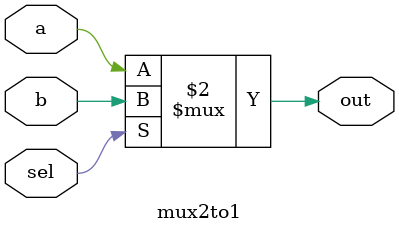
<source format=sv>
module top_module (
	input a,
	input b,
	input sel,
	output out
);

	// Declare wire for the output
	wire mux_output;

	// Instantiate the multiplexer module
	mux2to1 mux_inst (
		.a(a),
		.b(b),
		.sel(sel),
		.out(mux_output)
	);

	// Assign the output of the multiplexer to the module output
	assign out = mux_output;

endmodule
module mux2to1 (
	input a,
	input b,
	input sel,
	output out
);
	
	// Logic to select between inputs a and b based on the value of sel
	assign out = (sel == 1'b0) ? a : b;

endmodule

</source>
